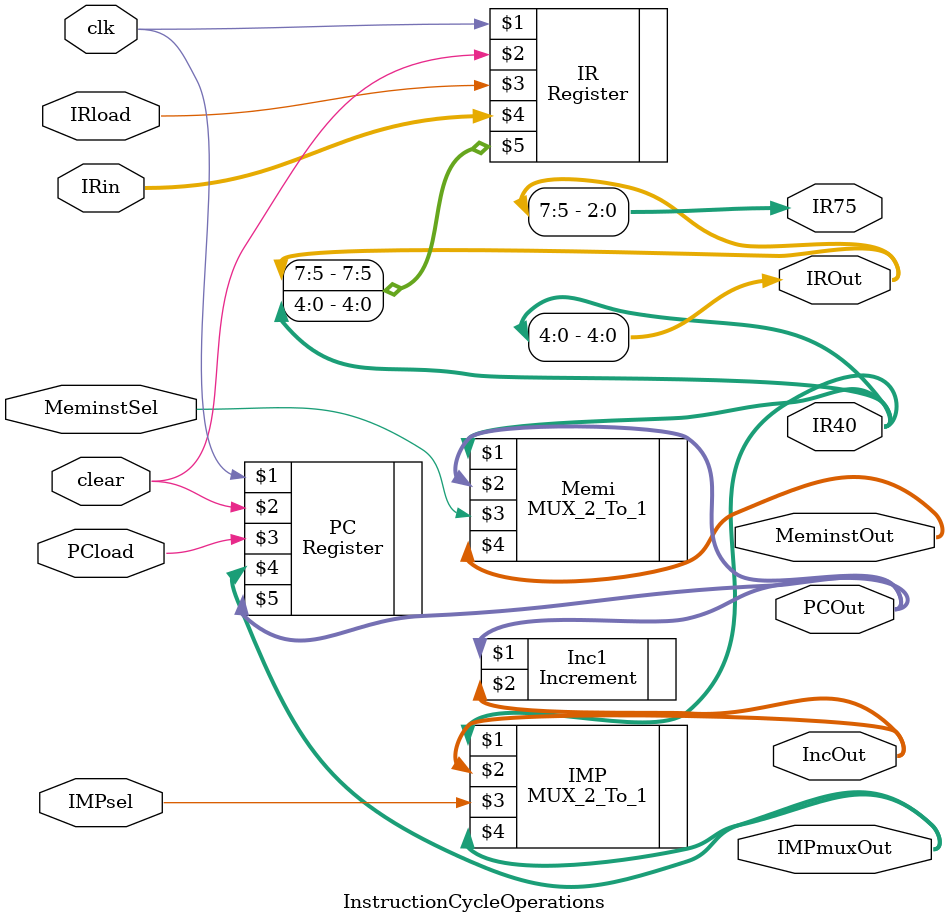
<source format=v>
module InstructionCycleOperations(clk,clear,IRload,PCload,IMPsel,MeminstSel,
IRin,MeminstOut,IR75,IR40,IROut,PCOut,IMPmuxOut,IncOut);
 
 
  input clk,clear,IRload,PCload,IMPsel,MeminstSel;
  input  [7:0]IRin; 
  
  output [4:0]MeminstOut;
  output [2:0]IR75;
  output [4:0]IR40;
  output [7:0]IROut;
  output [4:0]PCOut;
  output [4:0]IMPmuxOut;
  output [4:0]IncOut;
  
  assign IR75[2:0] = IROut[7:5];
  assign IR40 = IROut[4:0];
  
  Register #(.n(8)) IR(clk,clear,IRload,IRin,IROut);
  MUX_2_To_1 #(.n(5)) IMP(IR40,IncOut,IMPsel,IMPmuxOut);
  Register #(.n(5)) PC(clk,clear,PCload,IMPmuxOut,PCOut);
  Increment #(.n(5)) Inc1(PCOut,IncOut);
  MUX_2_To_1 #(.n(5)) Memi(IR40,PCOut,MeminstSel,MeminstOut);
  
  endmodule
	
</source>
